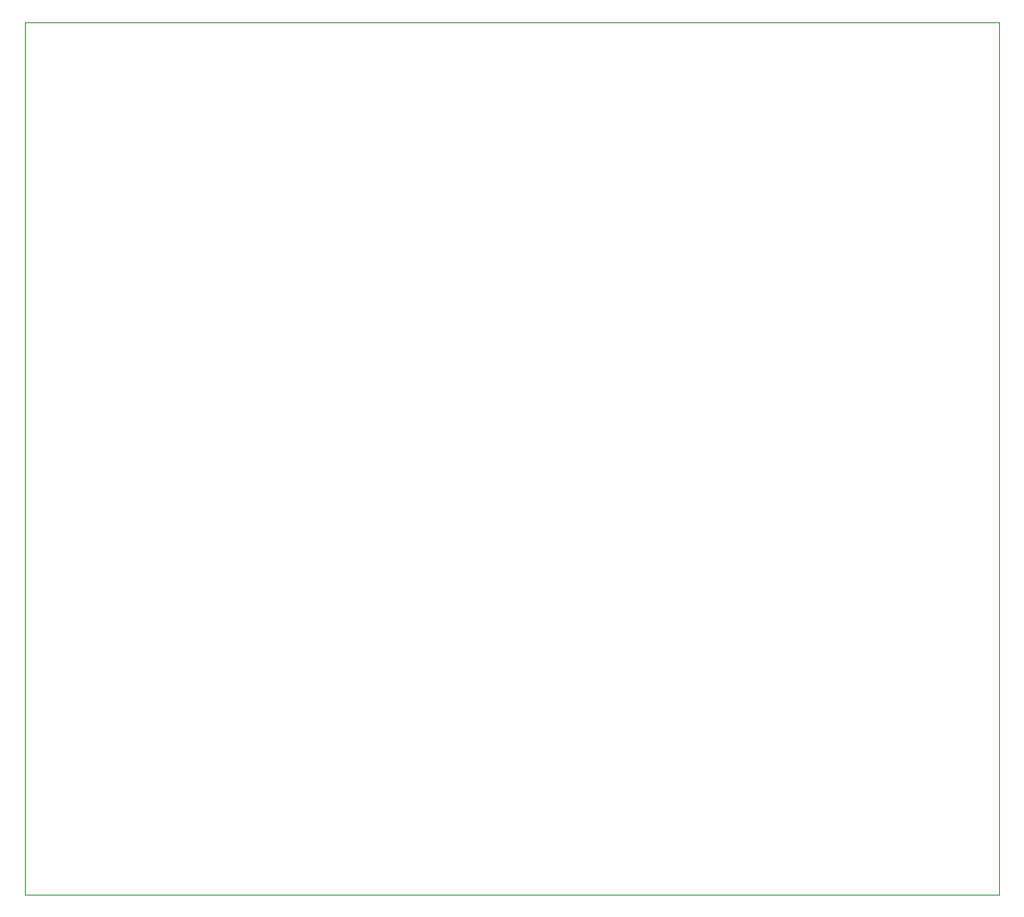
<source format=gbr>
%TF.GenerationSoftware,KiCad,Pcbnew,(6.0.10)*%
%TF.CreationDate,2023-04-21T16:10:55+03:00*%
%TF.ProjectId,KiCAD design,4b694341-4420-4646-9573-69676e2e6b69,rev?*%
%TF.SameCoordinates,Original*%
%TF.FileFunction,Profile,NP*%
%FSLAX46Y46*%
G04 Gerber Fmt 4.6, Leading zero omitted, Abs format (unit mm)*
G04 Created by KiCad (PCBNEW (6.0.10)) date 2023-04-21 16:10:55*
%MOMM*%
%LPD*%
G01*
G04 APERTURE LIST*
%TA.AperFunction,Profile*%
%ADD10C,0.100000*%
%TD*%
G04 APERTURE END LIST*
D10*
X198000000Y-52000000D02*
X198000000Y-138000000D01*
X102000000Y-52000000D02*
X198000000Y-52000000D01*
X198000000Y-138000000D02*
X197000000Y-138000000D01*
X102000000Y-52000000D02*
X102000000Y-138000000D01*
X102000000Y-138000000D02*
X197000000Y-138000000D01*
M02*

</source>
